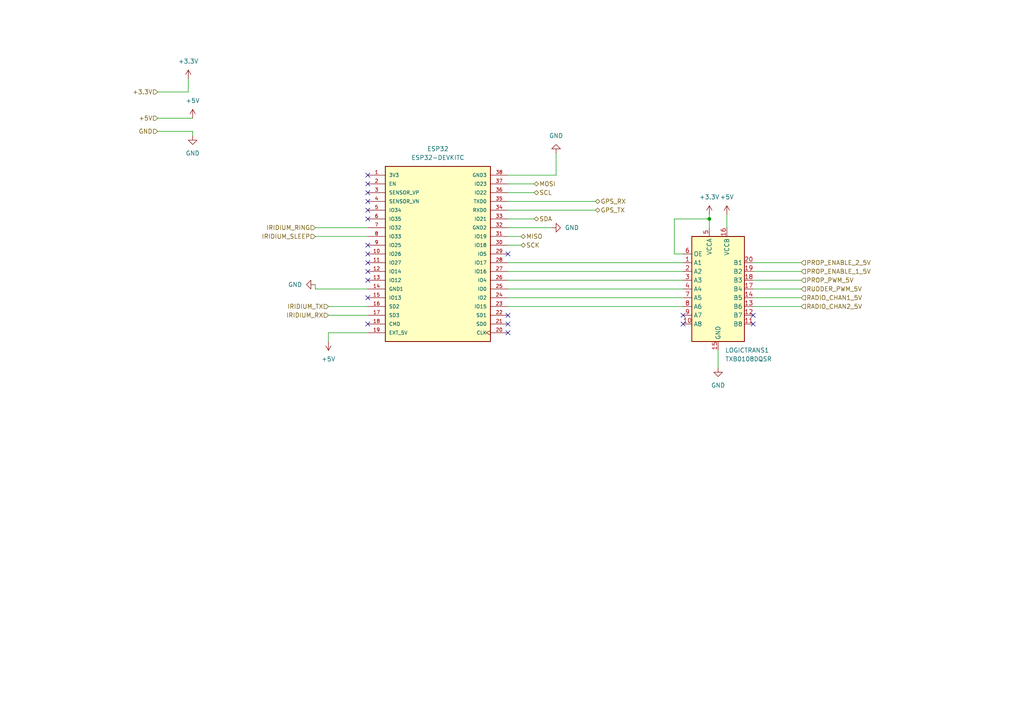
<source format=kicad_sch>
(kicad_sch (version 20211123) (generator eeschema)
  (paper "A4")
  (lib_symbols
    (symbol "Esp32-DevKitC:ESP32-DEVKITC" (pin_names (offset 1.016))
      (property "Reference" "U" (at -15.2654 26.0604 0))
      (property "Value" "ESP32-DEVKITC" (at -15.2654 -27.9654 0))
      (symbol "ESP32-DEVKITC_0_0"
        (rectangle (start -15.24 -25.4) (end 15.24 25.4) (stroke (width 0.254)) (fill (type background)))
        (pin power_in line (at -20.32 22.86 0) (length 5.08) (name "3V3") (number "1"))
        (pin bidirectional line (at -20.32 0 0) (length 5.08) (name "IO26") (number "10"))
        (pin bidirectional line (at -20.32 -2.54 0) (length 5.08) (name "IO27") (number "11"))
        (pin bidirectional line (at -20.32 -5.08 0) (length 5.08) (name "IO14") (number "12"))
        (pin bidirectional line (at -20.32 -7.62 0) (length 5.08) (name "IO12") (number "13"))
        (pin power_in line (at -20.32 -10.16 0) (length 5.08) (name "GND1") (number "14"))
        (pin bidirectional line (at -20.32 -12.7 0) (length 5.08) (name "IO13") (number "15"))
        (pin bidirectional line (at -20.32 -15.24 0) (length 5.08) (name "SD2") (number "16"))
        (pin bidirectional line (at -20.32 -17.78 0) (length 5.08) (name "SD3") (number "17"))
        (pin bidirectional line (at -20.32 -20.32 0) (length 5.08) (name "CMD") (number "18"))
        (pin power_in line (at -20.32 -22.86 0) (length 5.08) (name "EXT_5V") (number "19"))
        (pin input line (at -20.32 20.32 0) (length 5.08) (name "EN") (number "2"))
        (pin input clock (at 20.32 -22.86 180) (length 5.08) (name "CLK") (number "20"))
        (pin bidirectional line (at 20.32 -20.32 180) (length 5.08) (name "SD0") (number "21"))
        (pin bidirectional line (at 20.32 -17.78 180) (length 5.08) (name "SD1") (number "22"))
        (pin bidirectional line (at 20.32 -15.24 180) (length 5.08) (name "IO15") (number "23"))
        (pin bidirectional line (at 20.32 -12.7 180) (length 5.08) (name "IO2") (number "24"))
        (pin bidirectional line (at 20.32 -10.16 180) (length 5.08) (name "IO0") (number "25"))
        (pin bidirectional line (at 20.32 -7.62 180) (length 5.08) (name "IO4") (number "26"))
        (pin bidirectional line (at 20.32 -5.08 180) (length 5.08) (name "IO16") (number "27"))
        (pin bidirectional line (at 20.32 -2.54 180) (length 5.08) (name "IO17") (number "28"))
        (pin bidirectional line (at 20.32 0 180) (length 5.08) (name "IO5") (number "29"))
        (pin input line (at -20.32 17.78 0) (length 5.08) (name "SENSOR_VP") (number "3"))
        (pin bidirectional line (at 20.32 2.54 180) (length 5.08) (name "IO18") (number "30"))
        (pin bidirectional line (at 20.32 5.08 180) (length 5.08) (name "IO19") (number "31"))
        (pin power_in line (at 20.32 7.62 180) (length 5.08) (name "GND2") (number "32"))
        (pin bidirectional line (at 20.32 10.16 180) (length 5.08) (name "IO21") (number "33"))
        (pin input line (at 20.32 12.7 180) (length 5.08) (name "RXD0") (number "34"))
        (pin output line (at 20.32 15.24 180) (length 5.08) (name "TXD0") (number "35"))
        (pin bidirectional line (at 20.32 17.78 180) (length 5.08) (name "IO22") (number "36"))
        (pin bidirectional line (at 20.32 20.32 180) (length 5.08) (name "IO23") (number "37"))
        (pin power_in line (at 20.32 22.86 180) (length 5.08) (name "GND3") (number "38"))
        (pin input line (at -20.32 15.24 0) (length 5.08) (name "SENSOR_VN") (number "4"))
        (pin bidirectional line (at -20.32 12.7 0) (length 5.08) (name "IO34") (number "5"))
        (pin bidirectional line (at -20.32 10.16 0) (length 5.08) (name "IO35") (number "6"))
        (pin bidirectional line (at -20.32 7.62 0) (length 5.08) (name "IO32") (number "7"))
        (pin bidirectional line (at -20.32 5.08 0) (length 5.08) (name "IO33") (number "8"))
        (pin bidirectional line (at -20.32 2.54 0) (length 5.08) (name "IO25") (number "9"))
      )
    )
    (symbol "Logic_LevelTranslator:TXB0108DQSR"
      (property "Reference" "U" (at -6.35 16.51 0))
      (property "Value" "TXB0108DQSR" (at 3.81 16.51 0))
      (symbol "TXB0108DQSR_0_1"
        (rectangle (start -7.62 15.24) (end 7.62 -15.24) (stroke (width 0.254)) (fill (type background)))
      )
      (symbol "TXB0108DQSR_1_1"
        (pin bidirectional line (at -10.16 7.62 0) (length 2.54) (name "A1") (number "1"))
        (pin bidirectional line (at -10.16 -10.16 0) (length 2.54) (name "A8") (number "10"))
        (pin bidirectional line (at 10.16 -10.16 180) (length 2.54) (name "B8") (number "11"))
        (pin bidirectional line (at 10.16 -7.62 180) (length 2.54) (name "B7") (number "12"))
        (pin bidirectional line (at 10.16 -5.08 180) (length 2.54) (name "B6") (number "13"))
        (pin bidirectional line (at 10.16 -2.54 180) (length 2.54) (name "B5") (number "14"))
        (pin power_in line (at 0 -17.78 90) (length 2.54) (name "GND") (number "15"))
        (pin power_in line (at 2.54 17.78 270) (length 2.54) (name "VCCB") (number "16"))
        (pin bidirectional line (at 10.16 0 180) (length 2.54) (name "B4") (number "17"))
        (pin bidirectional line (at 10.16 2.54 180) (length 2.54) (name "B3") (number "18"))
        (pin bidirectional line (at 10.16 5.08 180) (length 2.54) (name "B2") (number "19"))
        (pin bidirectional line (at -10.16 5.08 0) (length 2.54) (name "A2") (number "2"))
        (pin bidirectional line (at 10.16 7.62 180) (length 2.54) (name "B1") (number "20"))
        (pin bidirectional line (at -10.16 2.54 0) (length 2.54) (name "A3") (number "3"))
        (pin bidirectional line (at -10.16 0 0) (length 2.54) (name "A4") (number "4"))
        (pin power_in line (at -2.54 17.78 270) (length 2.54) (name "VCCA") (number "5"))
        (pin input line (at -10.16 10.16 0) (length 2.54) (name "OE") (number "6"))
        (pin bidirectional line (at -10.16 -2.54 0) (length 2.54) (name "A5") (number "7"))
        (pin bidirectional line (at -10.16 -5.08 0) (length 2.54) (name "A6") (number "8"))
        (pin bidirectional line (at -10.16 -7.62 0) (length 2.54) (name "A7") (number "9"))
      )
    )
    (symbol "power:+3.3V" (power) (pin_names (offset 0))
      (property "Value" "+3.3V" (at 0 3.556 0))
      (symbol "+3.3V_0_1"
        (polyline (pts (xy -0.762 1.27) (xy 0 2.54)))
        (polyline (pts (xy 0 0) (xy 0 2.54)))
        (polyline (pts (xy 0 2.54) (xy 0.762 1.27)))
      )
      (symbol "+3.3V_1_1"
        (pin power_in line (at 0 0 90) (length 0) hide (name "+3.3V") (number "1"))
      )
    )
    (symbol "power:+5V" (power) (pin_names (offset 0))
      (property "Value" "+5V" (at 0 3.556 0))
      (symbol "+5V_0_1"
        (polyline (pts (xy -0.762 1.27) (xy 0 2.54)))
        (polyline (pts (xy 0 0) (xy 0 2.54)))
        (polyline (pts (xy 0 2.54) (xy 0.762 1.27)))
      )
      (symbol "+5V_1_1"
        (pin power_in line (at 0 0 90) (length 0) hide (name "+5V") (number "1"))
      )
    )
    (symbol "power:GND" (power) (pin_names (offset 0))
      (property "Value" "GND" (at 0 -3.81 0))
      (symbol "GND_0_1"
        (polyline (pts (xy 0 0) (xy 0 -1.27) (xy 1.27 -1.27) (xy 0 -2.54) (xy -1.27 -1.27) (xy 0 -1.27)))
      )
      (symbol "GND_1_1"
        (pin power_in line (at 0 0 270) (length 0) hide (name "GND") (number "1"))
      )
    )
  )
  (junction (at 205.74 63.5))
  (no_connect (at 218.44 93.98))
  (no_connect (at 218.44 91.44))
  (no_connect (at 198.12 93.98))
  (no_connect (at 198.12 91.44))
  (no_connect (at 106.68 53.34))
  (no_connect (at 106.68 86.36))
  (no_connect (at 106.68 93.98))
  (no_connect (at 147.32 73.66))
  (no_connect (at 147.32 91.44))
  (no_connect (at 147.32 93.98))
  (no_connect (at 147.32 96.52))
  (no_connect (at 106.68 71.12))
  (no_connect (at 106.68 73.66))
  (no_connect (at 106.68 76.2))
  (no_connect (at 106.68 81.28))
  (no_connect (at 106.68 78.74))
  (no_connect (at 106.68 55.88))
  (no_connect (at 106.68 58.42))
  (no_connect (at 106.68 60.96))
  (no_connect (at 106.68 63.5))
  (no_connect (at 106.68 50.8))
  (wire (pts (xy 147.32 63.5) (xy 154.94 63.5)))
  (wire (pts (xy 147.32 76.2) (xy 198.12 76.2)))
  (wire (pts (xy 205.74 63.5) (xy 205.74 66.04)))
  (wire (pts (xy 154.94 53.34) (xy 147.32 53.34)))
  (wire (pts (xy 91.44 83.82) (xy 91.44 82.55)))
  (wire (pts (xy 147.32 50.8) (xy 161.29 50.8)))
  (wire (pts (xy 147.32 58.42) (xy 172.72 58.42)))
  (wire (pts (xy 147.32 83.82) (xy 198.12 83.82)))
  (wire (pts (xy 95.25 91.44) (xy 106.68 91.44)))
  (wire (pts (xy 218.44 88.9) (xy 232.41 88.9)))
  (wire (pts (xy 54.61 26.67) (xy 54.61 22.86)))
  (wire (pts (xy 95.25 88.9) (xy 106.68 88.9)))
  (wire (pts (xy 91.44 68.58) (xy 106.68 68.58)))
  (wire (pts (xy 147.32 66.04) (xy 160.02 66.04)))
  (wire (pts (xy 91.44 66.04) (xy 106.68 66.04)))
  (wire (pts (xy 218.44 83.82) (xy 232.41 83.82)))
  (wire (pts (xy 218.44 81.28) (xy 232.41 81.28)))
  (wire (pts (xy 208.28 101.6) (xy 208.28 106.68)))
  (wire (pts (xy 45.72 38.1) (xy 55.88 38.1)))
  (wire (pts (xy 55.88 38.1) (xy 55.88 39.37)))
  (wire (pts (xy 195.58 63.5) (xy 195.58 73.66)))
  (wire (pts (xy 147.32 68.58) (xy 151.13 68.58)))
  (wire (pts (xy 218.44 78.74) (xy 232.41 78.74)))
  (wire (pts (xy 210.82 62.23) (xy 210.82 66.04)))
  (wire (pts (xy 147.32 60.96) (xy 172.72 60.96)))
  (wire (pts (xy 205.74 63.5) (xy 195.58 63.5)))
  (wire (pts (xy 147.32 81.28) (xy 198.12 81.28)))
  (wire (pts (xy 147.32 78.74) (xy 198.12 78.74)))
  (wire (pts (xy 95.25 99.06) (xy 95.25 96.52)))
  (wire (pts (xy 151.13 71.12) (xy 147.32 71.12)))
  (wire (pts (xy 45.72 34.29) (xy 55.88 34.29)))
  (wire (pts (xy 218.44 86.36) (xy 232.41 86.36)))
  (wire (pts (xy 147.32 55.88) (xy 154.94 55.88)))
  (wire (pts (xy 218.44 76.2) (xy 232.41 76.2)))
  (wire (pts (xy 106.68 83.82) (xy 91.44 83.82)))
  (wire (pts (xy 147.32 86.36) (xy 198.12 86.36)))
  (wire (pts (xy 45.72 26.67) (xy 54.61 26.67)))
  (wire (pts (xy 205.74 62.23) (xy 205.74 63.5)))
  (wire (pts (xy 161.29 50.8) (xy 161.29 44.45)))
  (wire (pts (xy 95.25 96.52) (xy 106.68 96.52)))
  (wire (pts (xy 147.32 88.9) (xy 198.12 88.9)))
  (wire (pts (xy 195.58 73.66) (xy 198.12 73.66)))
  (hierarchical_label "+3.3V" (shape input) (at 45.72 26.67 180))
  (hierarchical_label "GPS_TX" (shape bidirectional) (at 172.72 60.96 0))
  (hierarchical_label "SDA" (shape bidirectional) (at 154.94 63.5 0))
  (hierarchical_label "+5V" (shape input) (at 45.72 34.29 180))
  (hierarchical_label "MISO" (shape bidirectional) (at 151.13 68.58 0))
  (hierarchical_label "RADIO_CHAN1_5V" (shape input) (at 232.41 86.36 0))
  (hierarchical_label "IRIDIUM_TX" (shape input) (at 95.25 88.9 180))
  (hierarchical_label "IRIDIUM_SLEEP" (shape input) (at 91.44 68.58 180))
  (hierarchical_label "GPS_RX" (shape bidirectional) (at 172.72 58.42 0))
  (hierarchical_label "SCK" (shape bidirectional) (at 151.13 71.12 0))
  (hierarchical_label "SCL" (shape bidirectional) (at 154.94 55.88 0))
  (hierarchical_label "IRIDIUM_RX" (shape input) (at 95.25 91.44 180))
  (hierarchical_label "PROP_ENABLE_1_5V" (shape input) (at 232.41 78.74 0))
  (hierarchical_label "MOSI" (shape bidirectional) (at 154.94 53.34 0))
  (hierarchical_label "PROP_ENABLE_2_5V" (shape input) (at 232.41 76.2 0))
  (hierarchical_label "IRIDIUM_RING" (shape input) (at 91.44 66.04 180))
  (hierarchical_label "RADIO_CHAN2_5V" (shape input) (at 232.41 88.9 0))
  (hierarchical_label "PROP_PWM_5V" (shape input) (at 232.41 81.28 0))
  (hierarchical_label "RUDDER_PWM_5V" (shape input) (at 232.41 83.82 0))
  (hierarchical_label "GND" (shape input) (at 45.72 38.1 180))
  (symbol (lib_id "power:GND") (at 161.29 44.45 180) (unit 1)
    (property "Reference" "#PWR0115" (effects hide))
    (property "Value" "GND" (at 161.29 39.37 0))
  )
  (symbol (lib_id "Logic_LevelTranslator:TXB0108DQSR") (at 208.28 83.82 0) (unit 1)
    (property "Reference" "LOGICTRANS1" (at 210.2994 101.6 0) (effects (justify left)))
    (property "Value" "TXB0108DQSR" (at 210.2994 104.14 0) (effects (justify left)))
    (property "Footprint" "Package_SON:USON-20_2x4mm_P0.4mm" (effects hide))
    (property "Datasheet" "http://www.ti.com/lit/ds/symlink/txb0108.pdf" (effects hide))
  )
  (symbol (lib_id "power:GND") (at 160.02 66.04 90) (unit 1)
    (property "Reference" "#PWR0118" (effects hide))
    (property "Value" "GND" (at 163.83 66.0399 90) (effects (justify right)))
  )
  (symbol (lib_id "power:+5V") (at 95.25 99.06 180) (unit 1)
    (property "Reference" "#PWR0114" (effects hide))
    (property "Value" "+5V" (at 95.25 104.14 0))
  )
  (symbol (lib_id "power:+3.3V") (at 54.61 22.86 0) (unit 1)
    (property "Reference" "#PWR0141" (effects hide))
    (property "Value" "+3.3V" (at 54.61 17.78 0))
  )
  (symbol (lib_id "Esp32-DevKitC:ESP32-DEVKITC") (at 127 73.66 0) (unit 1)
    (property "Reference" "ESP32" (at 127 43.18 0))
    (property "Value" "ESP32-DEVKITC" (at 127 45.72 0))
    (property "Footprint" "MODULE_ESP32-DEVKITC" (effects hide))
    (property "STANDARD" "Manufacturer Recommendations" (effects hide))
    (property "PARTREV" "N/A" (effects hide))
    (property "MANUFACTURER" "ESPRESSIF" (effects hide))
  )
  (symbol (lib_id "power:GND") (at 55.88 39.37 0) (unit 1)
    (property "Reference" "#PWR0117" (effects hide))
    (property "Value" "GND" (at 55.88 44.45 0))
  )
  (symbol (lib_id "power:+5V") (at 55.88 34.29 0) (unit 1)
    (property "Reference" "#PWR0116" (effects hide))
    (property "Value" "+5V" (at 55.88 29.21 0))
  )
  (symbol (lib_id "power:+3.3V") (at 205.74 62.23 0) (unit 1)
    (property "Reference" "#PWR0139" (effects hide))
    (property "Value" "+3.3V" (at 205.74 57.15 0))
  )
  (symbol (lib_id "power:+5V") (at 210.82 62.23 0) (unit 1)
    (property "Reference" "#PWR0140" (effects hide))
    (property "Value" "+5V" (at 210.82 57.15 0))
  )
  (symbol (lib_id "power:GND") (at 208.28 106.68 0) (unit 1)
    (property "Reference" "#PWR0131" (effects hide))
    (property "Value" "GND" (at 208.28 111.76 0))
  )
  (symbol (lib_id "power:GND") (at 91.44 82.55 270) (unit 1)
    (property "Reference" "#PWR0113" (effects hide))
    (property "Value" "GND" (at 87.63 82.5499 90) (effects (justify right)))
  )
)
</source>
